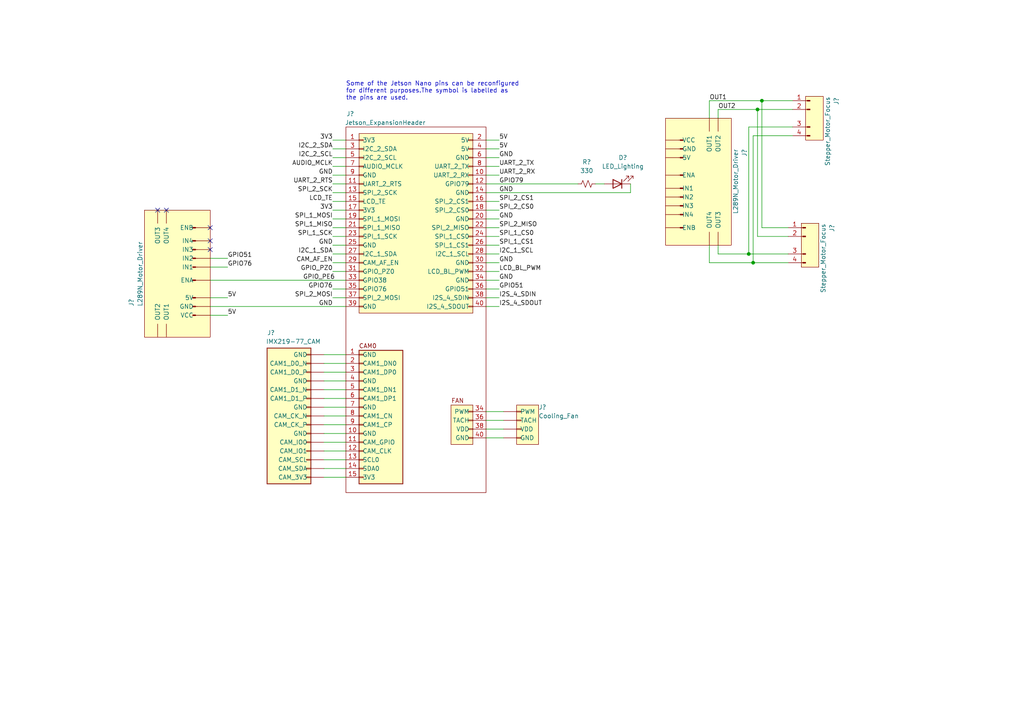
<source format=kicad_sch>
(kicad_sch (version 20211123) (generator eeschema)
  (paper "A4")
  (title_block (title "PlanktoScope with Jetson (Future Development)"))
  (lib_symbols
    (symbol "Conn_01x04_Male_1" (pin_names (offset 1.016) hide)
      (property "Reference" "J?" (at -1.2319 8.89 0))
      (property "Value" "Conn_01x04_Male_1" (at -1.2319 6.35 0))
      (symbol "Conn_01x04_Male_1_0_1"
        (rectangle (start -3.81 3.81) (end 1.27 -8.89) (fill (type background)))
      )
      (symbol "Conn_01x04_Male_1_1_1"
        (polyline (pts (xy 1.27 -7.62) (xy 0.8636 -7.62)) (stroke (width 0.1524)))
        (polyline (pts (xy 1.27 -5.08) (xy 0.8636 -5.08)) (stroke (width 0.1524)))
        (polyline (pts (xy 1.27 0) (xy 0.8636 0)) (stroke (width 0.1524)))
        (polyline (pts (xy 1.27 2.54) (xy 0.8636 2.54)) (stroke (width 0.1524)))
        (rectangle (start 0.8636 -7.493) (end 0 -7.747) (stroke (width 0.1524)) (fill (type outline)))
        (rectangle (start 0.8636 -4.953) (end 0 -5.207) (stroke (width 0.1524)) (fill (type outline)))
        (rectangle (start 0.8636 0.127) (end 0 -0.127) (stroke (width 0.1524)) (fill (type outline)))
        (rectangle (start 0.8636 2.667) (end 0 2.413) (stroke (width 0.1524)) (fill (type outline)))
        (pin passive line (at 5.08 2.54 180) (length 3.81) (name "Pin_1") (number "1"))
        (pin passive line (at 5.08 0 180) (length 3.81) (name "Pin_2") (number "2"))
        (pin passive line (at 5.08 -5.08 180) (length 3.81) (name "Pin_3") (number "3"))
        (pin passive line (at 5.08 -7.62 180) (length 3.81) (name "Pin_4") (number "4"))
      )
    )
    (symbol "Conn_01x04_Male_2" (pin_numbers hide) (pin_names (offset 1.016))
      (property "Reference" "J?" (at -7.62 -1.27 0))
      (property "Value" "L289N_Motor_Driver" (at -5.08 -1.27 0))
      (symbol "Conn_01x04_Male_2_0_1"
        (rectangle (start -19.05 3.81) (end 17.78 -15.24) (fill (type background)))
      )
      (symbol "Conn_01x04_Male_2_1_1"
        (rectangle (start -12.573 -11.0236) (end -12.827 -10.16) (stroke (width 0.1524)) (fill (type outline)))
        (rectangle (start -10.033 -11.0236) (end -10.287 -10.16) (stroke (width 0.1524)) (fill (type outline)))
        (rectangle (start -7.493 -11.0236) (end -7.747 -10.16) (stroke (width 0.1524)) (fill (type outline)))
        (rectangle (start -2.413 -11.0236) (end -2.667 -10.16) (stroke (width 0.1524)) (fill (type outline)))
        (polyline (pts (xy -12.7 -11.43) (xy -12.7 -11.0236)) (stroke (width 0.1524)))
        (polyline (pts (xy -10.16 -11.43) (xy -10.16 -11.0236)) (stroke (width 0.1524)))
        (polyline (pts (xy -7.62 -11.43) (xy -7.62 -11.0236)) (stroke (width 0.1524)))
        (polyline (pts (xy -2.54 -11.43) (xy -2.54 -11.0236)) (stroke (width 0.1524)))
        (polyline (pts (xy 1.27 -11.43) (xy 1.27 -11.0236)) (stroke (width 0.1524)))
        (polyline (pts (xy 3.81 -11.43) (xy 3.81 -11.0236)) (stroke (width 0.1524)))
        (polyline (pts (xy 6.35 -11.43) (xy 6.35 -11.0236)) (stroke (width 0.1524)))
        (polyline (pts (xy 8.89 -11.43) (xy 8.89 -11.0236)) (stroke (width 0.1524)))
        (polyline (pts (xy 12.7 -11.43) (xy 12.7 -11.0236)) (stroke (width 0.1524)))
        (rectangle (start 1.397 -11.0236) (end 1.143 -10.16) (stroke (width 0.1524)) (fill (type outline)))
        (rectangle (start 3.937 -11.0236) (end 3.683 -10.16) (stroke (width 0.1524)) (fill (type outline)))
        (rectangle (start 6.477 -11.0236) (end 6.223 -10.16) (stroke (width 0.1524)) (fill (type outline)))
        (rectangle (start 9.017 -11.0236) (end 8.763 -10.16) (stroke (width 0.1524)) (fill (type outline)))
        (rectangle (start 12.827 -11.0236) (end 12.573 -10.16) (stroke (width 0.1524)) (fill (type outline)))
        (pin passive line (at -12.7 -15.24 90) (length 3.81) (name "VCC") (number "1"))
        (pin passive line (at -19.05 0 0) (length 3.81) (name "OUT2") (number "10"))
        (pin passive line (at -19.05 -2.54 0) (length 3.81) (name "OUT1") (number "11"))
        (pin passive line (at -10.16 -15.24 90) (length 3.81) (name "GND") (number "2"))
        (pin passive line (at -7.62 -15.24 90) (length 3.81) (name "5V") (number "3"))
        (pin passive line (at 1.27 -15.24 90) (length 3.81) (name "IN1") (number "4"))
        (pin passive line (at 3.81 -15.24 90) (length 3.81) (name "IN2") (number "5"))
        (pin passive line (at 6.35 -15.24 90) (length 3.81) (name "IN3") (number "6"))
        (pin passive line (at -2.54 -15.24 90) (length 3.81) (name "ENA") (number "7"))
        (pin passive line (at 12.7 -15.24 90) (length 3.81) (name "ENB") (number "7"))
        (pin passive line (at 8.89 -15.24 90) (length 3.81) (name "IN4") (number "7"))
        (pin passive line (at 17.78 -2.54 180) (length 3.81) (name "OUT4") (number "8"))
        (pin passive line (at 17.78 0 180) (length 3.81) (name "OUT3") (number "9"))
      )
    )
    (symbol "Conn_01x15_1" (pin_numbers hide) (pin_names (offset 1.016))
      (property "Reference" "J?" (at -5.08 24.13 0))
      (property "Value" "IMX219-77_CAM" (at -5.08 21.59 0))
      (symbol "Conn_01x15_1_1_1"
        (rectangle (start -1.27 -17.653) (end 0 -17.907) (stroke (width 0.1524)))
        (rectangle (start -1.27 -15.113) (end 0 -15.367) (stroke (width 0.1524)))
        (rectangle (start -1.27 -12.573) (end 0 -12.827) (stroke (width 0.1524)))
        (rectangle (start -1.27 -10.033) (end 0 -10.287) (stroke (width 0.1524)))
        (rectangle (start -1.27 -7.493) (end 0 -7.747) (stroke (width 0.1524)))
        (rectangle (start -1.27 -4.953) (end 0 -5.207) (stroke (width 0.1524)))
        (rectangle (start -1.27 -2.413) (end 0 -2.667) (stroke (width 0.1524)))
        (rectangle (start -1.27 0.127) (end 0 -0.127) (stroke (width 0.1524)))
        (rectangle (start -1.27 2.667) (end 0 2.413) (stroke (width 0.1524)))
        (rectangle (start -1.27 5.207) (end 0 4.953) (stroke (width 0.1524)))
        (rectangle (start -1.27 7.747) (end 0 7.493) (stroke (width 0.1524)))
        (rectangle (start -1.27 10.287) (end 0 10.033) (stroke (width 0.1524)))
        (rectangle (start -1.27 12.827) (end 0 12.573) (stroke (width 0.1524)))
        (rectangle (start -1.27 15.367) (end 0 15.113) (stroke (width 0.1524)))
        (rectangle (start -1.27 17.907) (end 0 17.653) (stroke (width 0.1524)))
        (rectangle (start -1.27 19.685) (end 11.43 -19.685) (stroke (width 0.254)) (fill (type background)))
        (pin passive line (at -5.08 17.78 0) (length 3.81) (name "GND") (number "1"))
        (pin passive line (at -5.08 -5.08 0) (length 3.81) (name "GND") (number "10"))
        (pin passive line (at -5.08 -7.62 0) (length 3.81) (name "CAM_IO0") (number "11"))
        (pin passive line (at -5.08 -10.16 0) (length 3.81) (name "CAM_IO1") (number "12"))
        (pin passive line (at -5.08 -12.7 0) (length 3.81) (name "CAM_SCL") (number "13"))
        (pin passive line (at -5.08 -15.24 0) (length 3.81) (name "CAM_SDA") (number "14"))
        (pin passive line (at -5.08 -17.78 0) (length 3.81) (name "CAM_3V3") (number "15"))
        (pin passive line (at -5.08 15.24 0) (length 3.81) (name "CAM1_D0_N") (number "2"))
        (pin passive line (at -5.08 12.7 0) (length 3.81) (name "CAM1_D0_P") (number "3"))
        (pin passive line (at -5.08 10.16 0) (length 3.81) (name "GND") (number "4"))
        (pin passive line (at -5.08 7.62 0) (length 3.81) (name "CAM1_D1_N") (number "5"))
        (pin passive line (at -5.08 5.08 0) (length 3.81) (name "CAM1_D1_P") (number "6"))
        (pin passive line (at -5.08 2.54 0) (length 3.81) (name "GND") (number "7"))
        (pin passive line (at -5.08 0 0) (length 3.81) (name "CAM_CK_N") (number "8"))
        (pin passive line (at -5.08 -2.54 0) (length 3.81) (name "CAM_CK_P") (number "9"))
      )
    )
    (symbol "Connector:Conn_01x04_Male" (pin_numbers hide) (pin_names (offset 1.016))
      (property "Reference" "J?" (at 1.27 -2.5399 0))
      (property "Value" "Cooling_Fan" (at 1.27 -5.0799 0))
      (symbol "Conn_01x04_Male_1_1"
        (rectangle (start 0 1.905) (end 6.35 -9.525) (fill (type background)))
        (rectangle (start 6.35 -7.493) (end 5.08 -7.747) (stroke (width 0.1524)))
        (rectangle (start 6.35 -4.953) (end 5.08 -5.207) (stroke (width 0.1524)))
        (rectangle (start 6.35 -2.413) (end 5.08 -2.667) (stroke (width 0.1524)))
        (rectangle (start 6.35 0.127) (end 5.08 -0.127) (stroke (width 0.1524)))
        (pin passive line (at 10.16 0 180) (length 3.81) (name "PWM") (number "1"))
        (pin passive line (at 10.16 -2.54 180) (length 3.81) (name "TACH") (number "2"))
        (pin passive line (at 10.16 -5.08 180) (length 3.81) (name "VDD") (number "3"))
        (pin passive line (at 10.16 -7.62 180) (length 3.81) (name "GND") (number "4"))
      )
    )
    (symbol "Device:LED" (pin_numbers hide) (pin_names (offset 1.016) hide)
      (property "Reference" "D" (at 0 2.54 0))
      (property "Value" "LED" (at 0 -2.54 0))
      (symbol "LED_0_1"
        (polyline (pts (xy -1.27 -1.27) (xy -1.27 1.27)) (stroke (width 0.254)))
        (polyline (pts (xy -1.27 0) (xy 1.27 0)))
        (polyline (pts (xy 1.27 -1.27) (xy 1.27 1.27) (xy -1.27 0) (xy 1.27 -1.27)) (stroke (width 0.254)))
        (polyline (pts (xy -3.048 -0.762) (xy -4.572 -2.286) (xy -3.81 -2.286) (xy -4.572 -2.286) (xy -4.572 -1.524)))
        (polyline (pts (xy -1.778 -0.762) (xy -3.302 -2.286) (xy -2.54 -2.286) (xy -3.302 -2.286) (xy -3.302 -1.524)))
      )
      (symbol "LED_1_1"
        (pin passive line (at -3.81 0 0) (length 2.54) (name "K") (number "1"))
        (pin passive line (at 3.81 0 180) (length 2.54) (name "A") (number "2"))
      )
    )
    (symbol "Device:R_Small_US" (pin_numbers hide) (pin_names (offset 0.254) hide)
      (property "Reference" "R" (at 0.762 0.508 0))
      (property "Value" "R_Small_US" (at 0.762 -1.016 0))
      (symbol "R_Small_US_1_1"
        (polyline (pts (xy 0 0) (xy 1.016 -0.381) (xy 0 -0.762) (xy -1.016 -1.143) (xy 0 -1.524)))
        (polyline (pts (xy 0 1.524) (xy 1.016 1.143) (xy 0 0.762) (xy -1.016 0.381) (xy 0 0)))
        (pin passive line (at 0 2.54 270) (length 1.016) (name "~") (number "1"))
        (pin passive line (at 0 -2.54 90) (length 1.016) (name "~") (number "2"))
      )
    )
    (symbol "RPi4_Conn_3" (pin_names (offset 1.016))
      (property "Reference" "J1" (at 15.24 31.75 0))
      (property "Value" "Jetson_ExpansionHeader" (at 15.24 29.21 0))
      (symbol "RPi4_Conn_3_0_0"
        (text "CAM0" (at 1.27 -36.83 0) (effects (font (size 1.27 1.27))))
        (text "FAN" (at 27.305 -52.705 0) (effects (font (size 1.27 1.27))))
      )
      (symbol "RPi4_Conn_3_0_1"
        (rectangle (start -5.08 26.67) (end 35.56 -79.375))
      )
      (symbol "RPi4_Conn_3_1_1"
        (rectangle (start -1.27 -74.803) (end 0 -75.057) (stroke (width 0.1524)))
        (rectangle (start -1.27 -72.263) (end 0 -72.517) (stroke (width 0.1524)))
        (rectangle (start -1.27 -69.723) (end 0 -69.977) (stroke (width 0.1524)))
        (rectangle (start -1.27 -67.183) (end 0 -67.437) (stroke (width 0.1524)))
        (rectangle (start -1.27 -64.643) (end 0 -64.897) (stroke (width 0.1524)))
        (rectangle (start -1.27 -62.103) (end 0 -62.357) (stroke (width 0.1524)))
        (rectangle (start -1.27 -59.563) (end 0 -59.817) (stroke (width 0.1524)))
        (rectangle (start -1.27 -57.023) (end 0 -57.277) (stroke (width 0.1524)))
        (rectangle (start -1.27 -54.483) (end 0 -54.737) (stroke (width 0.1524)))
        (rectangle (start -1.27 -51.943) (end 0 -52.197) (stroke (width 0.1524)))
        (rectangle (start -1.27 -49.403) (end 0 -49.657) (stroke (width 0.1524)))
        (rectangle (start -1.27 -46.863) (end 0 -47.117) (stroke (width 0.1524)))
        (rectangle (start -1.27 -44.323) (end 0 -44.577) (stroke (width 0.1524)))
        (rectangle (start -1.27 -41.783) (end 0 -42.037) (stroke (width 0.1524)))
        (rectangle (start -1.27 -39.243) (end 0 -39.497) (stroke (width 0.1524)))
        (rectangle (start -1.27 -38.1) (end 11.43 -76.835) (stroke (width 0.254)) (fill (type background)))
        (rectangle (start -1.27 -25.273) (end 0 -25.527) (stroke (width 0.1524)))
        (rectangle (start -1.27 -22.733) (end 0 -22.987) (stroke (width 0.1524)))
        (rectangle (start -1.27 -20.193) (end 0 -20.447) (stroke (width 0.1524)))
        (rectangle (start -1.27 -17.653) (end 0 -17.907) (stroke (width 0.1524)))
        (rectangle (start -1.27 -15.113) (end 0 -15.367) (stroke (width 0.1524)))
        (rectangle (start -1.27 -12.573) (end 0 -12.827) (stroke (width 0.1524)))
        (rectangle (start -1.27 -10.033) (end 0 -10.287) (stroke (width 0.1524)))
        (rectangle (start -1.27 -7.493) (end 0 -7.747) (stroke (width 0.1524)))
        (rectangle (start -1.27 -4.953) (end 0 -5.207) (stroke (width 0.1524)))
        (rectangle (start -1.27 -2.413) (end 0 -2.667) (stroke (width 0.1524)))
        (rectangle (start -1.27 0.127) (end 0 -0.127) (stroke (width 0.1524)))
        (rectangle (start -1.27 2.667) (end 0 2.413) (stroke (width 0.1524)))
        (rectangle (start -1.27 5.207) (end 0 4.953) (stroke (width 0.1524)))
        (rectangle (start -1.27 7.747) (end 0 7.493) (stroke (width 0.1524)))
        (rectangle (start -1.27 10.287) (end 0 10.033) (stroke (width 0.1524)))
        (rectangle (start -1.27 12.827) (end 0 12.573) (stroke (width 0.1524)))
        (rectangle (start -1.27 15.367) (end 0 15.113) (stroke (width 0.1524)))
        (rectangle (start -1.27 17.907) (end 0 17.653) (stroke (width 0.1524)))
        (rectangle (start -1.27 20.447) (end 0 20.193) (stroke (width 0.1524)))
        (rectangle (start -1.27 22.987) (end 0 22.733) (stroke (width 0.1524)))
        (rectangle (start -1.27 24.765) (end 31.75 -27.305) (fill (type background)))
        (rectangle (start 25.4 -53.975) (end 31.75 -65.405) (fill (type background)))
        (rectangle (start 31.75 -63.373) (end 30.48 -63.627) (stroke (width 0.1524)))
        (rectangle (start 31.75 -60.833) (end 30.48 -61.087) (stroke (width 0.1524)))
        (rectangle (start 31.75 -58.293) (end 30.48 -58.547) (stroke (width 0.1524)))
        (rectangle (start 31.75 -55.753) (end 30.48 -56.007) (stroke (width 0.1524)))
        (rectangle (start 31.75 -25.273) (end 30.48 -25.527) (stroke (width 0.1524)))
        (rectangle (start 31.75 -22.733) (end 30.48 -22.987) (stroke (width 0.1524)))
        (rectangle (start 31.75 -20.193) (end 30.48 -20.447) (stroke (width 0.1524)))
        (rectangle (start 31.75 -17.653) (end 30.48 -17.907) (stroke (width 0.1524)))
        (rectangle (start 31.75 -15.113) (end 30.48 -15.367) (stroke (width 0.1524)))
        (rectangle (start 31.75 -12.573) (end 30.48 -12.827) (stroke (width 0.1524)))
        (rectangle (start 31.75 -10.033) (end 30.48 -10.287) (stroke (width 0.1524)))
        (rectangle (start 31.75 -7.493) (end 30.48 -7.747) (stroke (width 0.1524)))
        (rectangle (start 31.75 -4.953) (end 30.48 -5.207) (stroke (width 0.1524)))
        (rectangle (start 31.75 -2.413) (end 30.48 -2.667) (stroke (width 0.1524)))
        (rectangle (start 31.75 0.127) (end 30.48 -0.127) (stroke (width 0.1524)))
        (rectangle (start 31.75 2.667) (end 30.48 2.413) (stroke (width 0.1524)))
        (rectangle (start 31.75 5.207) (end 30.48 4.953) (stroke (width 0.1524)))
        (rectangle (start 31.75 7.747) (end 30.48 7.493) (stroke (width 0.1524)))
        (rectangle (start 31.75 10.287) (end 30.48 10.033) (stroke (width 0.1524)))
        (rectangle (start 31.75 12.827) (end 30.48 12.573) (stroke (width 0.1524)))
        (rectangle (start 31.75 15.367) (end 30.48 15.113) (stroke (width 0.1524)))
        (rectangle (start 31.75 17.907) (end 30.48 17.653) (stroke (width 0.1524)))
        (rectangle (start 31.75 20.447) (end 30.48 20.193) (stroke (width 0.1524)))
        (rectangle (start 31.75 22.987) (end 30.48 22.733) (stroke (width 0.1524)))
        (pin passive line (at -5.08 22.86 0) (length 3.81) (name "3V3") (number "1"))
        (pin passive line (at -5.08 -39.37 0) (length 3.81) (name "GND") (number "1"))
        (pin passive line (at -5.08 -62.23 0) (length 3.81) (name "GND") (number "10"))
        (pin passive line (at 35.56 12.7 180) (length 3.81) (name "UART_2_RX") (number "10"))
        (pin passive line (at -5.08 -64.77 0) (length 3.81) (name "CAM_GPIO") (number "11"))
        (pin passive line (at -5.08 10.16 0) (length 3.81) (name "UART_2_RTS") (number "11"))
        (pin passive line (at -5.08 -67.31 0) (length 3.81) (name "CAM_CLK") (number "12"))
        (pin passive line (at 35.56 10.16 180) (length 3.81) (name "GPIO79") (number "12"))
        (pin passive line (at -5.08 -69.85 0) (length 3.81) (name "SCL0") (number "13"))
        (pin passive line (at -5.08 7.62 0) (length 3.81) (name "SPI_2_SCK") (number "13"))
        (pin passive line (at 35.56 7.62 180) (length 3.81) (name "GND") (number "14"))
        (pin passive line (at -5.08 -72.39 0) (length 3.81) (name "SDA0") (number "14"))
        (pin passive line (at -5.08 -74.93 0) (length 3.81) (name "3V3") (number "15"))
        (pin passive line (at -5.08 5.08 0) (length 3.81) (name "LCD_TE") (number "15"))
        (pin passive line (at 35.56 5.08 180) (length 3.81) (name "SPI_2_CS1") (number "16"))
        (pin passive line (at -5.08 2.54 0) (length 3.81) (name "3V3") (number "17"))
        (pin passive line (at 35.56 2.54 180) (length 3.81) (name "SPI_2_CS0") (number "18"))
        (pin passive line (at -5.08 0 0) (length 3.81) (name "SPI_1_MOSI") (number "19"))
        (pin passive line (at 35.56 22.86 180) (length 3.81) (name "5V") (number "2"))
        (pin passive line (at -5.08 -41.91 0) (length 3.81) (name "CAM1_DN0") (number "2"))
        (pin passive line (at 35.56 0 180) (length 3.81) (name "GND") (number "20"))
        (pin passive line (at -5.08 -2.54 0) (length 3.81) (name "SPI_1_MISO") (number "21"))
        (pin passive line (at 35.56 -2.54 180) (length 3.81) (name "SPI_2_MISO") (number "22"))
        (pin passive line (at -5.08 -5.08 0) (length 3.81) (name "SPI_1_SCK") (number "23"))
        (pin passive line (at 35.56 -5.08 180) (length 3.81) (name "SPI_1_CS0") (number "24"))
        (pin passive line (at -5.08 -7.62 0) (length 3.81) (name "GND") (number "25"))
        (pin passive line (at 35.56 -7.62 180) (length 3.81) (name "SPI_1_CS1") (number "26"))
        (pin passive line (at -5.08 -10.16 0) (length 3.81) (name "I2C_1_SDA") (number "27"))
        (pin passive line (at 35.56 -10.16 180) (length 3.81) (name "I2C_1_SCL") (number "28"))
        (pin passive line (at -5.08 -12.7 0) (length 3.81) (name "CAM_AF_EN") (number "29"))
        (pin passive line (at -5.08 -44.45 0) (length 3.81) (name "CAM1_DP0") (number "3"))
        (pin passive line (at -5.08 20.32 0) (length 3.81) (name "I2C_2_SDA") (number "3"))
        (pin passive line (at 35.56 -12.7 180) (length 3.81) (name "GND") (number "30"))
        (pin passive line (at -5.08 -15.24 0) (length 3.81) (name "GPIO_PZ0") (number "31"))
        (pin passive line (at 35.56 -15.24 180) (length 3.81) (name "LCD_BL_PWM") (number "32"))
        (pin passive line (at -5.08 -17.78 0) (length 3.81) (name "GPIO38") (number "33"))
        (pin passive line (at 35.56 -17.78 180) (length 3.81) (name "GND") (number "34"))
        (pin passive line (at 35.56 -55.88 180) (length 3.81) (name "PWM") (number "34"))
        (pin passive line (at -5.08 -20.32 0) (length 3.81) (name "GPIO76") (number "35"))
        (pin passive line (at 35.56 -20.32 180) (length 3.81) (name "GPIO51") (number "36"))
        (pin passive line (at 35.56 -58.42 180) (length 3.81) (name "TACH") (number "36"))
        (pin passive line (at -5.08 -22.86 0) (length 3.81) (name "SPI_2_MOSI") (number "37"))
        (pin passive line (at 35.56 -22.86 180) (length 3.81) (name "I2S_4_SDIN") (number "38"))
        (pin passive line (at 35.56 -60.96 180) (length 3.81) (name "VDD") (number "38"))
        (pin passive line (at -5.08 -25.4 0) (length 3.81) (name "GND") (number "39"))
        (pin passive line (at 35.56 20.32 180) (length 3.81) (name "5V") (number "4"))
        (pin passive line (at -5.08 -46.99 0) (length 3.81) (name "GND") (number "4"))
        (pin passive line (at 35.56 -63.5 180) (length 3.81) (name "GND") (number "40"))
        (pin passive line (at 35.56 -25.4 180) (length 3.81) (name "I2S_4_SDOUT") (number "40"))
        (pin passive line (at -5.08 -49.53 0) (length 3.81) (name "CAM1_DN1") (number "5"))
        (pin passive line (at -5.08 17.78 0) (length 3.81) (name "I2C_2_SCL") (number "5"))
        (pin passive line (at -5.08 -52.07 0) (length 3.81) (name "CAM1_DP1") (number "6"))
        (pin passive line (at 35.56 17.78 180) (length 3.81) (name "GND") (number "6"))
        (pin passive line (at -5.08 15.24 0) (length 3.81) (name "AUDIO_MCLK") (number "7"))
        (pin passive line (at -5.08 -54.61 0) (length 3.81) (name "GND") (number "7"))
        (pin passive line (at -5.08 -57.15 0) (length 3.81) (name "CAM1_CN") (number "8"))
        (pin passive line (at 35.56 15.24 180) (length 3.81) (name "UART_2_TX") (number "8"))
        (pin passive line (at -5.08 -59.69 0) (length 3.81) (name "CAM1_CP") (number "9"))
        (pin passive line (at -5.08 12.7 0) (length 3.81) (name "GND") (number "9"))
      )
    )
  )
  (junction (at 220.98 29.21))
  (junction (at 217.17 73.66))
  (junction (at 219.71 31.75))
  (junction (at 218.44 76.2))
  (no_connect (at 60.96 66.04))
  (no_connect (at 48.26 60.96))
  (no_connect (at 45.72 60.96))
  (no_connect (at 60.96 72.39))
  (no_connect (at 60.96 69.85))
  (wire (pts (xy 100.33 48.26) (xy 96.52 48.26)))
  (wire (pts (xy 140.97 60.96) (xy 144.78 60.96)))
  (wire (pts (xy 140.97 66.04) (xy 144.78 66.04)))
  (wire (pts (xy 219.71 31.75) (xy 208.28 31.75)))
  (wire (pts (xy 205.74 71.12) (xy 205.74 76.2)))
  (wire (pts (xy 229.87 39.37) (xy 218.44 39.37)))
  (wire (pts (xy 93.98 128.27) (xy 100.33 128.27)))
  (wire (pts (xy 100.33 71.12) (xy 96.52 71.12)))
  (wire (pts (xy 140.97 76.2) (xy 144.78 76.2)))
  (wire (pts (xy 220.98 29.21) (xy 205.74 29.21)))
  (wire (pts (xy 208.28 71.12) (xy 208.28 73.66)))
  (wire (pts (xy 60.96 86.36) (xy 66.04 86.36)))
  (wire (pts (xy 219.71 68.58) (xy 228.6 68.58)))
  (wire (pts (xy 140.97 121.92) (xy 146.05 121.92)))
  (wire (pts (xy 140.97 43.18) (xy 144.78 43.18)))
  (wire (pts (xy 93.98 107.95) (xy 100.33 107.95)))
  (wire (pts (xy 93.98 130.81) (xy 100.33 130.81)))
  (wire (pts (xy 229.87 31.75) (xy 219.71 31.75)))
  (wire (pts (xy 140.97 88.9) (xy 144.78 88.9)))
  (wire (pts (xy 93.98 135.89) (xy 100.33 135.89)))
  (wire (pts (xy 100.33 86.36) (xy 96.52 86.36)))
  (wire (pts (xy 93.98 102.87) (xy 100.33 102.87)))
  (wire (pts (xy 140.97 127) (xy 146.05 127)))
  (wire (pts (xy 140.97 63.5) (xy 144.78 63.5)))
  (wire (pts (xy 217.17 36.83) (xy 217.17 73.66)))
  (wire (pts (xy 66.04 74.93) (xy 60.96 74.93)))
  (wire (pts (xy 140.97 58.42) (xy 144.78 58.42)))
  (wire (pts (xy 219.71 68.58) (xy 219.71 31.75)))
  (wire (pts (xy 100.33 50.8) (xy 96.52 50.8)))
  (wire (pts (xy 140.97 53.34) (xy 167.64 53.34)))
  (wire (pts (xy 229.87 36.83) (xy 217.17 36.83)))
  (wire (pts (xy 208.28 31.75) (xy 208.28 34.29)))
  (wire (pts (xy 218.44 76.2) (xy 228.6 76.2)))
  (wire (pts (xy 93.98 115.57) (xy 100.33 115.57)))
  (wire (pts (xy 140.97 68.58) (xy 144.78 68.58)))
  (wire (pts (xy 140.97 73.66) (xy 144.78 73.66)))
  (wire (pts (xy 229.87 29.21) (xy 220.98 29.21)))
  (wire (pts (xy 182.88 53.34) (xy 182.88 55.88)))
  (wire (pts (xy 140.97 78.74) (xy 144.78 78.74)))
  (wire (pts (xy 93.98 105.41) (xy 100.33 105.41)))
  (wire (pts (xy 208.28 73.66) (xy 217.17 73.66)))
  (wire (pts (xy 100.33 60.96) (xy 96.52 60.96)))
  (wire (pts (xy 100.33 73.66) (xy 96.52 73.66)))
  (wire (pts (xy 100.33 63.5) (xy 96.52 63.5)))
  (wire (pts (xy 140.97 124.46) (xy 146.05 124.46)))
  (wire (pts (xy 93.98 120.65) (xy 100.33 120.65)))
  (wire (pts (xy 140.97 40.64) (xy 144.78 40.64)))
  (wire (pts (xy 172.72 53.34) (xy 175.26 53.34)))
  (wire (pts (xy 100.33 68.58) (xy 96.52 68.58)))
  (wire (pts (xy 93.98 118.11) (xy 100.33 118.11)))
  (wire (pts (xy 140.97 55.88) (xy 182.88 55.88)))
  (wire (pts (xy 93.98 133.35) (xy 100.33 133.35)))
  (wire (pts (xy 220.98 66.04) (xy 228.6 66.04)))
  (wire (pts (xy 60.96 81.28) (xy 100.33 81.28)))
  (wire (pts (xy 93.98 125.73) (xy 100.33 125.73)))
  (wire (pts (xy 140.97 119.38) (xy 146.05 119.38)))
  (wire (pts (xy 100.33 78.74) (xy 96.52 78.74)))
  (wire (pts (xy 60.96 88.9) (xy 100.33 88.9)))
  (wire (pts (xy 140.97 86.36) (xy 144.78 86.36)))
  (wire (pts (xy 100.33 66.04) (xy 96.52 66.04)))
  (wire (pts (xy 218.44 39.37) (xy 218.44 76.2)))
  (wire (pts (xy 140.97 50.8) (xy 144.78 50.8)))
  (wire (pts (xy 140.97 81.28) (xy 144.78 81.28)))
  (wire (pts (xy 93.98 113.03) (xy 100.33 113.03)))
  (wire (pts (xy 93.98 110.49) (xy 100.33 110.49)))
  (wire (pts (xy 93.98 138.43) (xy 100.33 138.43)))
  (wire (pts (xy 140.97 83.82) (xy 144.78 83.82)))
  (wire (pts (xy 100.33 58.42) (xy 96.52 58.42)))
  (wire (pts (xy 60.96 91.44) (xy 66.04 91.44)))
  (wire (pts (xy 100.33 40.64) (xy 96.52 40.64)))
  (wire (pts (xy 205.74 76.2) (xy 218.44 76.2)))
  (wire (pts (xy 100.33 83.82) (xy 96.52 83.82)))
  (wire (pts (xy 100.33 55.88) (xy 96.52 55.88)))
  (wire (pts (xy 100.33 45.72) (xy 96.52 45.72)))
  (wire (pts (xy 140.97 48.26) (xy 144.78 48.26)))
  (wire (pts (xy 205.74 29.21) (xy 205.74 34.29)))
  (wire (pts (xy 217.17 73.66) (xy 228.6 73.66)))
  (wire (pts (xy 100.33 76.2) (xy 96.52 76.2)))
  (wire (pts (xy 140.97 71.12) (xy 144.78 71.12)))
  (wire (pts (xy 100.33 53.34) (xy 96.52 53.34)))
  (wire (pts (xy 140.97 45.72) (xy 144.78 45.72)))
  (wire (pts (xy 220.98 66.04) (xy 220.98 29.21)))
  (wire (pts (xy 66.04 77.47) (xy 60.96 77.47)))
  (wire (pts (xy 93.98 123.19) (xy 100.33 123.19)))
  (wire (pts (xy 100.33 43.18) (xy 96.52 43.18)))
  (text "Some of the Jetson Nano pins can be reconfigured\nfor different purposes.The symbol is labelled as \nthe pins are used.\n" (at 100.33 29.21 0) (effects (font (size 1.27 1.27)) (justify left bottom)))
  (label "GPIO79" (at 144.78 53.34 0))
  (label "GPIO51" (at 66.04 74.93 0))
  (label "3V3" (at 96.52 40.64 180))
  (label "5V" (at 144.78 40.64 0))
  (label "SPI_1_MISO" (at 96.52 66.04 180))
  (label "5V" (at 66.04 86.36 0))
  (label "SPI_1_MOSI" (at 96.52 63.5 180))
  (label "I2C_1_SDA" (at 96.52 73.66 180))
  (label "AUDIO_MCLK" (at 96.52 48.26 180))
  (label "GND" (at 144.78 63.5 0))
  (label "GND" (at 144.78 55.88 0))
  (label "5V" (at 144.78 43.18 0))
  (label "SPI_2_MOSI" (at 96.52 86.36 180))
  (label "GND" (at 96.52 71.12 180))
  (label "GND" (at 144.78 76.2 0))
  (label "SPI_1_CS0" (at 144.78 68.58 0))
  (label "I2C_2_SCL" (at 96.52 45.72 180))
  (label "GPIO76" (at 66.04 77.47 0))
  (label "GPIO51" (at 144.78 83.82 0))
  (label "GND" (at 144.78 81.28 0))
  (label "I2C_2_SDA" (at 96.52 43.18 180))
  (label "GPIO_PE6" (at 97.155 81.28 180))
  (label "CAM_AF_EN" (at 96.52 76.2 180))
  (label "OUT2" (at 213.36 31.75 180))
  (label "I2C_1_SCL" (at 144.78 73.66 0))
  (label "OUT1" (at 210.82 29.21 180))
  (label "GND" (at 96.52 88.9 180))
  (label "UART_2_TX" (at 144.78 48.26 0))
  (label "3V3" (at 96.52 60.96 180))
  (label "GND" (at 96.52 50.8 180))
  (label "UART_2_RTS" (at 96.52 53.34 180))
  (label "5V" (at 66.04 91.44 0))
  (label "SPI_1_SCK" (at 96.52 68.58 180))
  (label "SPI_2_SCK" (at 96.52 55.88 180))
  (label "GND" (at 144.78 45.72 0))
  (label "I2S_4_SDOUT" (at 144.78 88.9 0))
  (label "SPI_2_CS0" (at 144.78 60.96 0))
  (label "LCD_TE" (at 96.52 58.42 180))
  (label "GPIO_PZ0" (at 96.52 78.74 180))
  (label "LCD_BL_PWM" (at 144.78 78.74 0))
  (label "I2S_4_SDIN" (at 144.78 86.36 0))
  (label "SPI_2_CS1" (at 144.78 58.42 0))
  (label "GPIO76" (at 96.52 83.82 180))
  (label "SPI_1_CS1" (at 144.78 71.12 0))
  (label "UART_2_RX" (at 144.78 50.8 0))
  (label "SPI_2_MISO" (at 144.78 66.04 0))
  (symbol (lib_name "Conn_01x04_Male_2") (lib_id "Connector:Conn_01x04_Male") (at 208.28 53.34 270) (unit 1)
    (property "Reference" "J?" (at 215.9 43.18 0) (effects (justify left)))
    (property "Value" "L289N_Motor_Driver" (at 213.36 43.18 0) (effects (justify left)))
  )
  (symbol (lib_id "Device:LED") (at 179.07 53.34 180) (unit 1)
    (property "Reference" "D?" (at 180.6575 45.72 0))
    (property "Value" "LED_Lighting" (at 180.6575 48.26 0))
  )
  (symbol (lib_name "Conn_01x04_Male_1") (lib_id "Connector:Conn_01x04_Male") (at 233.68 68.58 0) (mirror y) (unit 1)
    (property "Reference" "J?" (at 241.3 67.31 90) (effects (justify left)))
    (property "Value" "Stepper_Motor_Focus" (at 238.76 74.93 90))
  )
  (symbol (lib_name "Conn_01x15_1") (lib_id "Connector_Generic:Conn_01x15") (at 88.9 120.65 0) (mirror y) (unit 1)
    (property "Reference" "J?" (at 77.47 96.52 0) (effects (justify right)))
    (property "Value" "IMX219-77_CAM" (at 85.09 99.06 0))
  )
  (symbol (lib_id "Connector:Conn_01x04_Male") (at 156.21 119.38 0) (mirror y) (unit 1)
    (property "Reference" "J?" (at 156.21 118.11 0) (effects (justify right)))
    (property "Value" "Cooling_Fan" (at 156.21 120.65 0) (effects (justify right)))
  )
  (symbol (lib_name "Conn_01x04_Male_1") (lib_id "Connector:Conn_01x04_Male") (at 234.95 31.75 0) (mirror y) (unit 1)
    (property "Reference" "J?" (at 242.57 30.48 90) (effects (justify left)))
    (property "Value" "Stepper_Motor_Focus" (at 240.03 38.1 90))
  )
  (symbol (lib_name "RPi4_Conn_3") (lib_id "Custom:RPi4_Conn") (at 105.41 63.5 0) (unit 1)
    (property "Reference" "J?" (at 101.6 33.02 0))
    (property "Value" "Jetson_ExpansionHeader" (at 111.76 35.56 0))
  )
  (symbol (lib_id "Device:R_Small_US") (at 170.18 53.34 90) (unit 1)
    (property "Reference" "R?" (at 170.18 46.99 90))
    (property "Value" "330" (at 170.18 49.53 90))
  )
  (symbol (lib_name "Conn_01x04_Male_2") (lib_id "Connector:Conn_01x04_Male") (at 45.72 78.74 90) (unit 1)
    (property "Reference" "J?" (at 38.1 88.9 0) (effects (justify left)))
    (property "Value" "L289N_Motor_Driver" (at 40.64 88.9 0) (effects (justify left)))
  )
)
</source>
